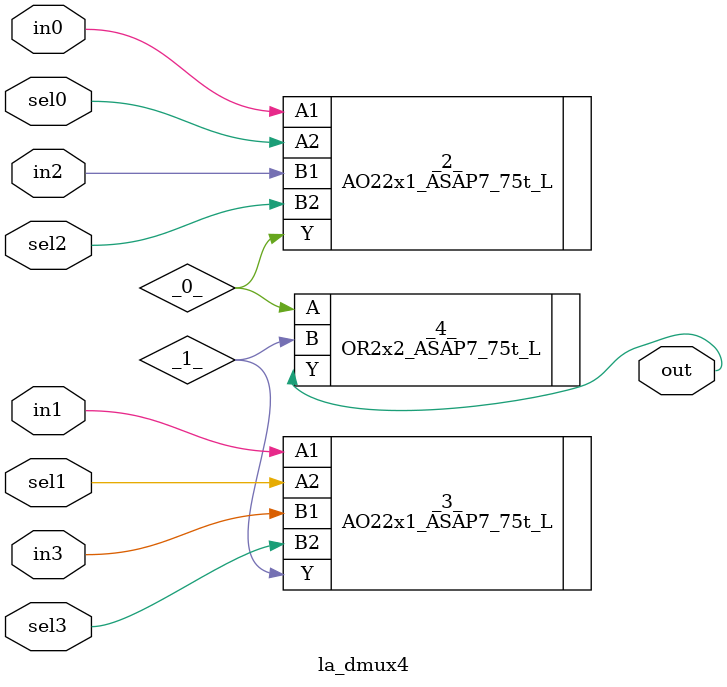
<source format=v>
/* Generated by Yosys 0.37 (git sha1 a5c7f69ed, clang 14.0.0-1ubuntu1.1 -fPIC -Os) */

module la_dmux4(sel3, sel2, sel1, sel0, in3, in2, in1, in0, out);
  wire _0_;
  wire _1_;
  input in0;
  wire in0;
  input in1;
  wire in1;
  input in2;
  wire in2;
  input in3;
  wire in3;
  output out;
  wire out;
  input sel0;
  wire sel0;
  input sel1;
  wire sel1;
  input sel2;
  wire sel2;
  input sel3;
  wire sel3;
  AO22x1_ASAP7_75t_L _2_ (
    .A1(in0),
    .A2(sel0),
    .B1(in2),
    .B2(sel2),
    .Y(_0_)
  );
  AO22x1_ASAP7_75t_L _3_ (
    .A1(in1),
    .A2(sel1),
    .B1(in3),
    .B2(sel3),
    .Y(_1_)
  );
  OR2x2_ASAP7_75t_L _4_ (
    .A(_0_),
    .B(_1_),
    .Y(out)
  );
endmodule

</source>
